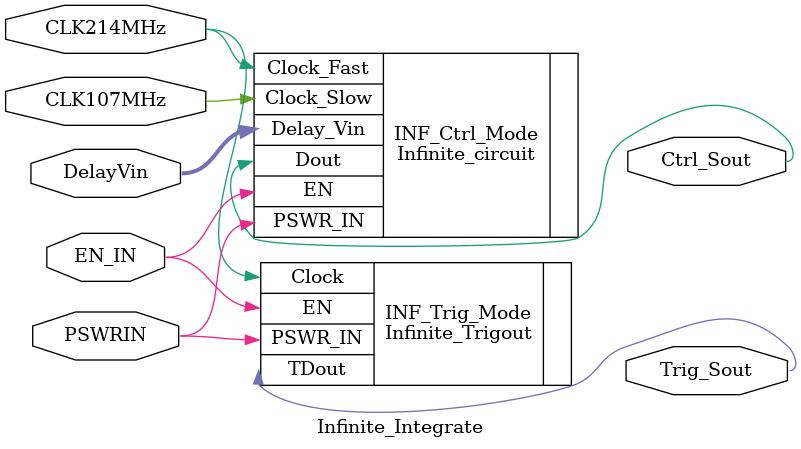
<source format=v>
`timescale	1ns/1ps

module	Infinite_Integrate(Ctrl_Sout, Trig_Sout, DelayVin, PSWRIN, EN_IN, CLK214MHz, CLK107MHz)	;

output	Ctrl_Sout, Trig_Sout	;
wire	Ctrl_Sout, Trig_Sout	;

input	[33:0]	DelayVin	;
wire	[33:0]	DelayVin	;

input	PSWRIN	;
wire	PSWRIN	;

input	EN_IN	;
wire	EN_IN	;

input	CLK214MHz, CLK107MHz	;
wire	CLK214MHz, CLK107MHz	;


//DCM214MHz					DCM_PLL(.CLKIN_IN(Clock), .RST_IN(1'b0), .CLKFX_OUT(CLK214MHz), .CLK2X_OUT(CLK107MHz));
Infinite_Trigout			INF_Trig_Mode(.TDout(Trig_Sout), .PSWR_IN(PSWRIN), .EN(EN_IN), .Clock(CLK214MHz))	;
Infinite_circuit			INF_Ctrl_Mode(.Dout(Ctrl_Sout), .PSWR_IN(PSWRIN), .Delay_Vin(DelayVin), .EN(EN_IN), .Clock_Fast(CLK214MHz), .Clock_Slow(CLK107MHz))	;


endmodule


</source>
